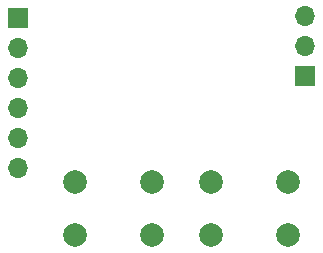
<source format=gbs>
%TF.GenerationSoftware,KiCad,Pcbnew,8.0.0*%
%TF.CreationDate,2024-05-28T16:54:30+09:00*%
%TF.ProjectId,TINY202_PROG.kicad_240516_single2_pcb,54494e59-3230-4325-9f50-524f472e6b69,rev?*%
%TF.SameCoordinates,Original*%
%TF.FileFunction,Soldermask,Bot*%
%TF.FilePolarity,Negative*%
%FSLAX46Y46*%
G04 Gerber Fmt 4.6, Leading zero omitted, Abs format (unit mm)*
G04 Created by KiCad (PCBNEW 8.0.0) date 2024-05-28 16:54:30*
%MOMM*%
%LPD*%
G01*
G04 APERTURE LIST*
%ADD10R,1.700000X1.700000*%
%ADD11O,1.700000X1.700000*%
%ADD12C,2.000000*%
G04 APERTURE END LIST*
D10*
%TO.C,J1*%
X104400000Y-117875000D03*
D11*
X104400000Y-120415000D03*
X104400000Y-122955000D03*
X104400000Y-125495000D03*
X104400000Y-128035000D03*
X104400000Y-130575000D03*
%TD*%
D12*
%TO.C,SW1*%
X109250000Y-131750000D03*
X115750000Y-131750000D03*
X109250000Y-136250000D03*
X115750000Y-136250000D03*
%TD*%
D10*
%TO.C,J3*%
X128725000Y-122775000D03*
D11*
X128725000Y-120235000D03*
X128725000Y-117695000D03*
%TD*%
D12*
%TO.C,SW2*%
X120750000Y-131750000D03*
X127250000Y-131750000D03*
X120750000Y-136250000D03*
X127250000Y-136250000D03*
%TD*%
M02*

</source>
